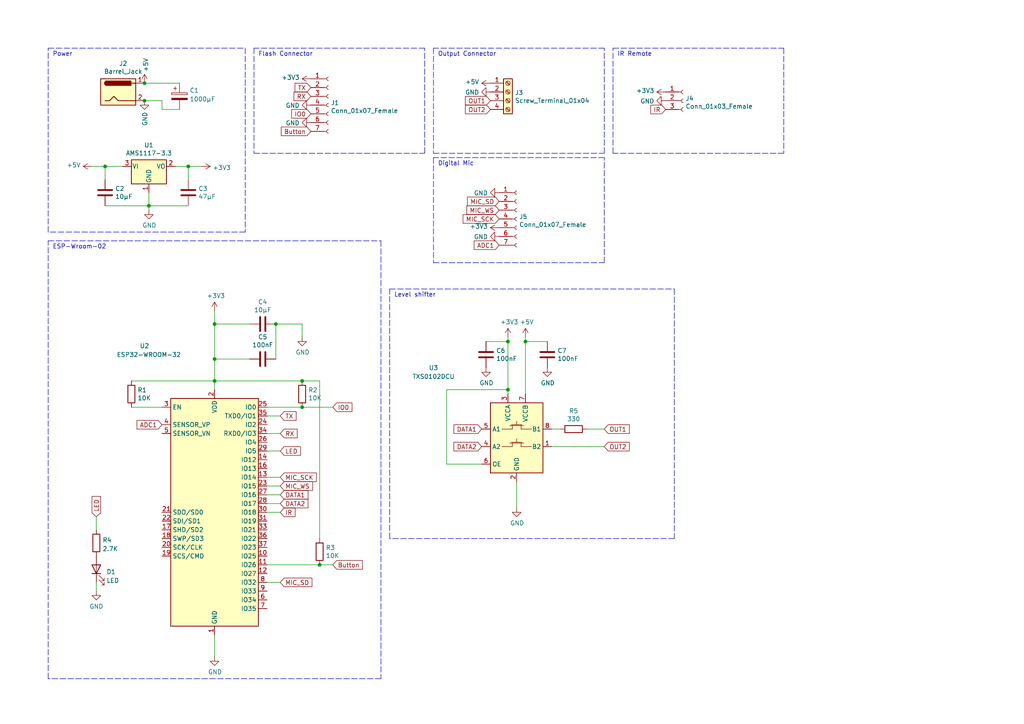
<source format=kicad_sch>
(kicad_sch (version 20211123) (generator eeschema)
  (paper "A4")
  (lib_symbols
    (symbol "Connector:Barrel_Jack" (pin_names (offset 1.016))
      (property "Reference" "J" (at 0 5.334 0))
      (property "Value" "Barrel_Jack" (at 0 -5.08 0))
      (symbol "Barrel_Jack_0_1"
        (rectangle (start -5.08 3.81) (end 5.08 -3.81) (stroke (width 0.254)) (fill (type background)))
        (arc (start -3.302 3.175) (mid -3.937 2.54) (end -3.302 1.905) (stroke (width 0.254)))
        (arc (start -3.302 3.175) (mid -3.937 2.54) (end -3.302 1.905) (stroke (width 0.254)) (fill (type outline)))
        (polyline (pts (xy 5.08 2.54) (xy 3.81 2.54)) (stroke (width 0.254)))
        (polyline (pts (xy -3.81 -2.54) (xy -2.54 -2.54) (xy -1.27 -1.27) (xy 0 -2.54) (xy 2.54 -2.54) (xy 5.08 -2.54)) (stroke (width 0.254)))
        (rectangle (start 3.683 3.175) (end -3.302 1.905) (stroke (width 0.254)) (fill (type outline)))
      )
      (symbol "Barrel_Jack_1_1"
        (pin passive line (at 7.62 2.54 180) (length 2.54) (name "~") (number "1"))
        (pin passive line (at 7.62 -2.54 180) (length 2.54) (name "~") (number "2"))
      )
    )
    (symbol "Connector:Conn_01x03_Female" (pin_names (offset 1.016) hide)
      (property "Reference" "J" (at 0 5.08 0))
      (property "Value" "Conn_01x03_Female" (at 0 -5.08 0))
      (symbol "Conn_01x03_Female_1_1"
        (arc (start 0 -2.032) (mid -0.508 -2.54) (end 0 -3.048) (stroke (width 0.1524)))
        (polyline (pts (xy -1.27 -2.54) (xy -0.508 -2.54)) (stroke (width 0.1524)))
        (polyline (pts (xy -1.27 0) (xy -0.508 0)) (stroke (width 0.1524)))
        (polyline (pts (xy -1.27 2.54) (xy -0.508 2.54)) (stroke (width 0.1524)))
        (arc (start 0 0.508) (mid -0.508 0) (end 0 -0.508) (stroke (width 0.1524)))
        (arc (start 0 3.048) (mid -0.508 2.54) (end 0 2.032) (stroke (width 0.1524)))
        (pin passive line (at -5.08 2.54 0) (length 3.81) (name "Pin_1") (number "1"))
        (pin passive line (at -5.08 0 0) (length 3.81) (name "Pin_2") (number "2"))
        (pin passive line (at -5.08 -2.54 0) (length 3.81) (name "Pin_3") (number "3"))
      )
    )
    (symbol "Connector:Conn_01x07_Female" (pin_names (offset 1.016) hide)
      (property "Reference" "J" (at 0 10.16 0))
      (property "Value" "Conn_01x07_Female" (at 0 -10.16 0))
      (symbol "Conn_01x07_Female_1_1"
        (arc (start 0 -7.112) (mid -0.508 -7.62) (end 0 -8.128) (stroke (width 0.1524)))
        (arc (start 0 -4.572) (mid -0.508 -5.08) (end 0 -5.588) (stroke (width 0.1524)))
        (arc (start 0 -2.032) (mid -0.508 -2.54) (end 0 -3.048) (stroke (width 0.1524)))
        (polyline (pts (xy -1.27 -7.62) (xy -0.508 -7.62)) (stroke (width 0.1524)))
        (polyline (pts (xy -1.27 -5.08) (xy -0.508 -5.08)) (stroke (width 0.1524)))
        (polyline (pts (xy -1.27 -2.54) (xy -0.508 -2.54)) (stroke (width 0.1524)))
        (polyline (pts (xy -1.27 0) (xy -0.508 0)) (stroke (width 0.1524)))
        (polyline (pts (xy -1.27 2.54) (xy -0.508 2.54)) (stroke (width 0.1524)))
        (polyline (pts (xy -1.27 5.08) (xy -0.508 5.08)) (stroke (width 0.1524)))
        (polyline (pts (xy -1.27 7.62) (xy -0.508 7.62)) (stroke (width 0.1524)))
        (arc (start 0 0.508) (mid -0.508 0) (end 0 -0.508) (stroke (width 0.1524)))
        (arc (start 0 3.048) (mid -0.508 2.54) (end 0 2.032) (stroke (width 0.1524)))
        (arc (start 0 5.588) (mid -0.508 5.08) (end 0 4.572) (stroke (width 0.1524)))
        (arc (start 0 8.128) (mid -0.508 7.62) (end 0 7.112) (stroke (width 0.1524)))
        (pin passive line (at -5.08 7.62 0) (length 3.81) (name "Pin_1") (number "1"))
        (pin passive line (at -5.08 5.08 0) (length 3.81) (name "Pin_2") (number "2"))
        (pin passive line (at -5.08 2.54 0) (length 3.81) (name "Pin_3") (number "3"))
        (pin passive line (at -5.08 0 0) (length 3.81) (name "Pin_4") (number "4"))
        (pin passive line (at -5.08 -2.54 0) (length 3.81) (name "Pin_5") (number "5"))
        (pin passive line (at -5.08 -5.08 0) (length 3.81) (name "Pin_6") (number "6"))
        (pin passive line (at -5.08 -7.62 0) (length 3.81) (name "Pin_7") (number "7"))
      )
    )
    (symbol "Connector:Screw_Terminal_01x04" (pin_names (offset 1.016) hide)
      (property "Reference" "J" (at 0 5.08 0))
      (property "Value" "Screw_Terminal_01x04" (at 0 -7.62 0))
      (symbol "Screw_Terminal_01x04_1_1"
        (rectangle (start -1.27 3.81) (end 1.27 -6.35) (stroke (width 0.254)) (fill (type background)))
        (circle (center 0 -5.08) (radius 0.635) (stroke (width 0.1524)))
        (circle (center 0 -2.54) (radius 0.635) (stroke (width 0.1524)))
        (polyline (pts (xy -0.5334 -4.7498) (xy 0.3302 -5.588)) (stroke (width 0.1524)))
        (polyline (pts (xy -0.5334 -2.2098) (xy 0.3302 -3.048)) (stroke (width 0.1524)))
        (polyline (pts (xy -0.5334 0.3302) (xy 0.3302 -0.508)) (stroke (width 0.1524)))
        (polyline (pts (xy -0.5334 2.8702) (xy 0.3302 2.032)) (stroke (width 0.1524)))
        (polyline (pts (xy -0.3556 -4.572) (xy 0.508 -5.4102)) (stroke (width 0.1524)))
        (polyline (pts (xy -0.3556 -2.032) (xy 0.508 -2.8702)) (stroke (width 0.1524)))
        (polyline (pts (xy -0.3556 0.508) (xy 0.508 -0.3302)) (stroke (width 0.1524)))
        (polyline (pts (xy -0.3556 3.048) (xy 0.508 2.2098)) (stroke (width 0.1524)))
        (circle (center 0 0) (radius 0.635) (stroke (width 0.1524)))
        (circle (center 0 2.54) (radius 0.635) (stroke (width 0.1524)))
        (pin passive line (at -5.08 2.54 0) (length 3.81) (name "Pin_1") (number "1"))
        (pin passive line (at -5.08 0 0) (length 3.81) (name "Pin_2") (number "2"))
        (pin passive line (at -5.08 -2.54 0) (length 3.81) (name "Pin_3") (number "3"))
        (pin passive line (at -5.08 -5.08 0) (length 3.81) (name "Pin_4") (number "4"))
      )
    )
    (symbol "Device:C" (pin_numbers hide) (pin_names (offset 0.254))
      (property "Reference" "C" (at 0.635 2.54 0))
      (property "Value" "C" (at 0.635 -2.54 0))
      (symbol "C_0_1"
        (polyline (pts (xy -2.032 -0.762) (xy 2.032 -0.762)) (stroke (width 0.508)))
        (polyline (pts (xy -2.032 0.762) (xy 2.032 0.762)) (stroke (width 0.508)))
      )
      (symbol "C_1_1"
        (pin passive line (at 0 3.81 270) (length 2.794) (name "~") (number "1"))
        (pin passive line (at 0 -3.81 90) (length 2.794) (name "~") (number "2"))
      )
    )
    (symbol "Device:C_Polarized" (pin_numbers hide) (pin_names (offset 0.254))
      (property "Reference" "C" (at 0.635 2.54 0))
      (property "Value" "C_Polarized" (at 0.635 -2.54 0))
      (symbol "C_Polarized_0_1"
        (rectangle (start -2.286 0.508) (end 2.286 1.016))
        (polyline (pts (xy -1.778 2.286) (xy -0.762 2.286)))
        (polyline (pts (xy -1.27 2.794) (xy -1.27 1.778)))
        (rectangle (start 2.286 -0.508) (end -2.286 -1.016) (fill (type outline)))
      )
      (symbol "C_Polarized_1_1"
        (pin passive line (at 0 3.81 270) (length 2.794) (name "~") (number "1"))
        (pin passive line (at 0 -3.81 90) (length 2.794) (name "~") (number "2"))
      )
    )
    (symbol "Device:LED" (pin_numbers hide) (pin_names (offset 1.016) hide)
      (property "Reference" "D" (at 0 2.54 0))
      (property "Value" "LED" (at 0 -2.54 0))
      (symbol "LED_0_1"
        (polyline (pts (xy -1.27 -1.27) (xy -1.27 1.27)) (stroke (width 0.254)))
        (polyline (pts (xy -1.27 0) (xy 1.27 0)))
        (polyline (pts (xy 1.27 -1.27) (xy 1.27 1.27) (xy -1.27 0) (xy 1.27 -1.27)) (stroke (width 0.254)))
        (polyline (pts (xy -3.048 -0.762) (xy -4.572 -2.286) (xy -3.81 -2.286) (xy -4.572 -2.286) (xy -4.572 -1.524)))
        (polyline (pts (xy -1.778 -0.762) (xy -3.302 -2.286) (xy -2.54 -2.286) (xy -3.302 -2.286) (xy -3.302 -1.524)))
      )
      (symbol "LED_1_1"
        (pin passive line (at -3.81 0 0) (length 2.54) (name "K") (number "1"))
        (pin passive line (at 3.81 0 180) (length 2.54) (name "A") (number "2"))
      )
    )
    (symbol "Device:R" (pin_numbers hide) (pin_names (offset 0))
      (property "Reference" "R" (at 2.032 0 90))
      (property "Value" "R" (at 0 0 90))
      (symbol "R_0_1"
        (rectangle (start -1.016 -2.54) (end 1.016 2.54) (stroke (width 0.254)))
      )
      (symbol "R_1_1"
        (pin passive line (at 0 3.81 270) (length 1.27) (name "~") (number "1"))
        (pin passive line (at 0 -3.81 90) (length 1.27) (name "~") (number "2"))
      )
    )
    (symbol "Logic_LevelTranslator:TXS0102DCU"
      (property "Reference" "U" (at -6.35 11.43 0))
      (property "Value" "TXS0102DCU" (at 3.81 11.43 0))
      (symbol "TXS0102DCU_0_1"
        (rectangle (start -7.62 10.16) (end 7.62 -10.16) (stroke (width 0.254)) (fill (type background)))
        (polyline (pts (xy -4.318 -2.54) (xy -1.27 -2.54)))
        (polyline (pts (xy -2.032 -1.524) (xy 2.032 -1.524)))
        (polyline (pts (xy -1.524 -1.27) (xy 1.524 -1.27)))
        (polyline (pts (xy -1.27 -2.54) (xy -1.27 -1.524)))
        (polyline (pts (xy 0 -1.27) (xy 0 -0.254)))
        (polyline (pts (xy 1.27 -2.54) (xy 1.27 -1.524)))
        (polyline (pts (xy 4.318 -2.54) (xy 1.27 -2.54)))
      )
      (symbol "TXS0102DCU_1_1"
        (polyline (pts (xy -4.318 2.54) (xy -1.27 2.54)))
        (polyline (pts (xy -2.032 3.556) (xy 2.032 3.556)))
        (polyline (pts (xy -1.524 3.81) (xy 1.524 3.81)))
        (polyline (pts (xy -1.27 2.54) (xy -1.27 3.556)))
        (polyline (pts (xy 0 3.81) (xy 0 4.826)))
        (polyline (pts (xy 1.27 2.54) (xy 1.27 3.556)))
        (polyline (pts (xy 4.318 2.54) (xy 1.27 2.54)))
        (pin bidirectional line (at 10.16 -2.54 180) (length 2.54) (name "B2") (number "1"))
        (pin power_in line (at 0 -12.7 90) (length 2.54) (name "GND") (number "2"))
        (pin power_in line (at -2.54 12.7 270) (length 2.54) (name "VCCA") (number "3"))
        (pin bidirectional line (at -10.16 -2.54 0) (length 2.54) (name "A2") (number "4"))
        (pin bidirectional line (at -10.16 2.54 0) (length 2.54) (name "A1") (number "5"))
        (pin input line (at -10.16 -7.62 0) (length 2.54) (name "OE") (number "6"))
        (pin power_in line (at 2.54 12.7 270) (length 2.54) (name "VCCB") (number "7"))
        (pin bidirectional line (at 10.16 2.54 180) (length 2.54) (name "B1") (number "8"))
      )
    )
    (symbol "RF_Module:ESP32-WROOM-32"
      (property "Reference" "U" (at -12.7 34.29 0))
      (property "Value" "ESP32-WROOM-32" (at 1.27 34.29 0))
      (symbol "ESP32-WROOM-32_0_1"
        (rectangle (start -12.7 33.02) (end 12.7 -33.02) (stroke (width 0.254)) (fill (type background)))
      )
      (symbol "ESP32-WROOM-32_1_1"
        (pin power_in line (at 0 -35.56 90) (length 2.54) (name "GND") (number "1"))
        (pin bidirectional line (at 15.24 -12.7 180) (length 2.54) (name "IO25") (number "10"))
        (pin bidirectional line (at 15.24 -15.24 180) (length 2.54) (name "IO26") (number "11"))
        (pin bidirectional line (at 15.24 -17.78 180) (length 2.54) (name "IO27") (number "12"))
        (pin bidirectional line (at 15.24 10.16 180) (length 2.54) (name "IO14") (number "13"))
        (pin bidirectional line (at 15.24 15.24 180) (length 2.54) (name "IO12") (number "14"))
        (pin passive line (at 0 -35.56 90) (length 2.54) hide (name "GND") (number "15"))
        (pin bidirectional line (at 15.24 12.7 180) (length 2.54) (name "IO13") (number "16"))
        (pin bidirectional line (at -15.24 -5.08 0) (length 2.54) (name "SHD/SD2") (number "17"))
        (pin bidirectional line (at -15.24 -7.62 0) (length 2.54) (name "SWP/SD3") (number "18"))
        (pin bidirectional line (at -15.24 -12.7 0) (length 2.54) (name "SCS/CMD") (number "19"))
        (pin power_in line (at 0 35.56 270) (length 2.54) (name "VDD") (number "2"))
        (pin bidirectional line (at -15.24 -10.16 0) (length 2.54) (name "SCK/CLK") (number "20"))
        (pin bidirectional line (at -15.24 0 0) (length 2.54) (name "SDO/SD0") (number "21"))
        (pin bidirectional line (at -15.24 -2.54 0) (length 2.54) (name "SDI/SD1") (number "22"))
        (pin bidirectional line (at 15.24 7.62 180) (length 2.54) (name "IO15") (number "23"))
        (pin bidirectional line (at 15.24 25.4 180) (length 2.54) (name "IO2") (number "24"))
        (pin bidirectional line (at 15.24 30.48 180) (length 2.54) (name "IO0") (number "25"))
        (pin bidirectional line (at 15.24 20.32 180) (length 2.54) (name "IO4") (number "26"))
        (pin bidirectional line (at 15.24 5.08 180) (length 2.54) (name "IO16") (number "27"))
        (pin bidirectional line (at 15.24 2.54 180) (length 2.54) (name "IO17") (number "28"))
        (pin bidirectional line (at 15.24 17.78 180) (length 2.54) (name "IO5") (number "29"))
        (pin input line (at -15.24 30.48 0) (length 2.54) (name "EN") (number "3"))
        (pin bidirectional line (at 15.24 0 180) (length 2.54) (name "IO18") (number "30"))
        (pin bidirectional line (at 15.24 -2.54 180) (length 2.54) (name "IO19") (number "31"))
        (pin no_connect line (at -12.7 -27.94 0) (length 2.54) hide (name "NC") (number "32"))
        (pin bidirectional line (at 15.24 -5.08 180) (length 2.54) (name "IO21") (number "33"))
        (pin bidirectional line (at 15.24 22.86 180) (length 2.54) (name "RXD0/IO3") (number "34"))
        (pin bidirectional line (at 15.24 27.94 180) (length 2.54) (name "TXD0/IO1") (number "35"))
        (pin bidirectional line (at 15.24 -7.62 180) (length 2.54) (name "IO22") (number "36"))
        (pin bidirectional line (at 15.24 -10.16 180) (length 2.54) (name "IO23") (number "37"))
        (pin passive line (at 0 -35.56 90) (length 2.54) hide (name "GND") (number "38"))
        (pin passive line (at 0 -35.56 90) (length 2.54) hide (name "GND") (number "39"))
        (pin input line (at -15.24 25.4 0) (length 2.54) (name "SENSOR_VP") (number "4"))
        (pin input line (at -15.24 22.86 0) (length 2.54) (name "SENSOR_VN") (number "5"))
        (pin input line (at 15.24 -25.4 180) (length 2.54) (name "IO34") (number "6"))
        (pin input line (at 15.24 -27.94 180) (length 2.54) (name "IO35") (number "7"))
        (pin bidirectional line (at 15.24 -20.32 180) (length 2.54) (name "IO32") (number "8"))
        (pin bidirectional line (at 15.24 -22.86 180) (length 2.54) (name "IO33") (number "9"))
      )
    )
    (symbol "Regulator_Linear:AMS1117-3.3" (pin_names (offset 0.254))
      (property "Reference" "U" (at -3.81 3.175 0))
      (property "Value" "AMS1117-3.3" (at 0 3.175 0))
      (symbol "AMS1117-3.3_0_1"
        (rectangle (start -5.08 -5.08) (end 5.08 1.905) (stroke (width 0.254)) (fill (type background)))
      )
      (symbol "AMS1117-3.3_1_1"
        (pin power_in line (at 0 -7.62 90) (length 2.54) (name "GND") (number "1"))
        (pin power_out line (at 7.62 0 180) (length 2.54) (name "VO") (number "2"))
        (pin power_in line (at -7.62 0 0) (length 2.54) (name "VI") (number "3"))
      )
    )
    (symbol "power:+3.3V" (power) (pin_names (offset 0))
      (property "Value" "+3.3V" (at 0 3.556 0))
      (symbol "+3.3V_0_1"
        (polyline (pts (xy -0.762 1.27) (xy 0 2.54)))
        (polyline (pts (xy 0 0) (xy 0 2.54)))
        (polyline (pts (xy 0 2.54) (xy 0.762 1.27)))
      )
      (symbol "+3.3V_1_1"
        (pin power_in line (at 0 0 90) (length 0) hide (name "+3V3") (number "1"))
      )
    )
    (symbol "power:+5V" (power) (pin_names (offset 0))
      (property "Value" "+5V" (at 0 3.556 0))
      (symbol "+5V_0_1"
        (polyline (pts (xy -0.762 1.27) (xy 0 2.54)))
        (polyline (pts (xy 0 0) (xy 0 2.54)))
        (polyline (pts (xy 0 2.54) (xy 0.762 1.27)))
      )
      (symbol "+5V_1_1"
        (pin power_in line (at 0 0 90) (length 0) hide (name "+5V") (number "1"))
      )
    )
    (symbol "power:GND" (power) (pin_names (offset 0))
      (property "Value" "GND" (at 0 -3.81 0))
      (symbol "GND_0_1"
        (polyline (pts (xy 0 0) (xy 0 -1.27) (xy 1.27 -1.27) (xy 0 -2.54) (xy -1.27 -1.27) (xy 0 -1.27)))
      )
      (symbol "GND_1_1"
        (pin power_in line (at 0 0 270) (length 0) hide (name "GND") (number "1"))
      )
    )
  )
  (junction (at 54.61 48.26))
  (junction (at 41.91 24.13))
  (junction (at 41.91 29.21))
  (junction (at 152.4 99.06))
  (junction (at 87.63 110.49))
  (junction (at 87.63 118.11))
  (junction (at 30.48 48.26))
  (junction (at 43.18 59.69))
  (junction (at 147.32 113.03))
  (junction (at 62.23 104.14))
  (junction (at 147.32 99.06))
  (junction (at 62.23 93.98))
  (junction (at 80.01 93.98))
  (junction (at 62.23 110.49))
  (junction (at 92.71 163.83))
  (wire (pts (xy 77.47 140.97) (xy 81.28 140.97)))
  (polyline (pts (xy 71.12 67.31) (xy 13.97 67.31)))
  (wire (pts (xy 46.99 118.11) (xy 38.1 118.11)))
  (wire (pts (xy 92.71 110.49) (xy 87.63 110.49)))
  (wire (pts (xy 77.47 146.05) (xy 81.28 146.05)))
  (wire (pts (xy 38.1 110.49) (xy 62.23 110.49)))
  (polyline (pts (xy 13.97 13.97) (xy 71.12 13.97)))
  (polyline (pts (xy 13.97 69.85) (xy 110.49 69.85)))
  (wire (pts (xy 62.23 110.49) (xy 87.63 110.49)))
  (wire (pts (xy 62.23 110.49) (xy 62.23 104.14)))
  (wire (pts (xy 147.32 99.06) (xy 147.32 113.03)))
  (polyline (pts (xy 13.97 67.31) (xy 13.97 13.97)))
  (wire (pts (xy 62.23 184.15) (xy 62.23 190.5)))
  (wire (pts (xy 80.01 93.98) (xy 87.63 93.98)))
  (wire (pts (xy 77.47 143.51) (xy 81.28 143.51)))
  (wire (pts (xy 92.71 156.21) (xy 92.71 110.49)))
  (polyline (pts (xy 125.73 76.2) (xy 175.26 76.2)))
  (polyline (pts (xy 125.73 44.45) (xy 175.26 44.45)))
  (wire (pts (xy 43.18 59.69) (xy 43.18 60.96)))
  (polyline (pts (xy 71.12 13.97) (xy 71.12 67.31)))
  (wire (pts (xy 140.97 99.06) (xy 147.32 99.06)))
  (wire (pts (xy 27.94 149.86) (xy 27.94 153.67)))
  (polyline (pts (xy 195.58 156.21) (xy 113.03 156.21)))
  (wire (pts (xy 147.32 113.03) (xy 129.54 113.03)))
  (polyline (pts (xy 177.8 13.97) (xy 227.33 13.97)))
  (wire (pts (xy 41.91 29.21) (xy 46.99 29.21)))
  (polyline (pts (xy 175.26 44.45) (xy 175.26 13.97)))
  (wire (pts (xy 27.94 168.91) (xy 27.94 171.45)))
  (polyline (pts (xy 123.19 44.45) (xy 123.19 13.97)))
  (wire (pts (xy 30.48 48.26) (xy 35.56 48.26)))
  (wire (pts (xy 72.39 93.98) (xy 62.23 93.98)))
  (wire (pts (xy 175.26 129.54) (xy 160.02 129.54)))
  (wire (pts (xy 129.54 134.62) (xy 139.7 134.62)))
  (polyline (pts (xy 73.66 13.97) (xy 73.66 44.45)))
  (wire (pts (xy 54.61 52.07) (xy 54.61 48.26)))
  (wire (pts (xy 147.32 113.03) (xy 147.32 114.3)))
  (wire (pts (xy 72.39 104.14) (xy 62.23 104.14)))
  (wire (pts (xy 87.63 118.11) (xy 77.47 118.11)))
  (wire (pts (xy 41.91 24.13) (xy 52.07 24.13)))
  (wire (pts (xy 77.47 148.59) (xy 81.28 148.59)))
  (polyline (pts (xy 177.8 44.45) (xy 177.8 13.97)))
  (polyline (pts (xy 110.49 196.85) (xy 13.97 196.85)))
  (wire (pts (xy 152.4 99.06) (xy 152.4 114.3)))
  (polyline (pts (xy 195.58 83.82) (xy 195.58 156.21)))
  (wire (pts (xy 26.67 48.26) (xy 30.48 48.26)))
  (wire (pts (xy 43.18 59.69) (xy 54.61 59.69)))
  (wire (pts (xy 92.71 163.83) (xy 96.52 163.83)))
  (polyline (pts (xy 175.26 45.72) (xy 125.73 45.72)))
  (wire (pts (xy 152.4 97.79) (xy 152.4 99.06)))
  (polyline (pts (xy 125.73 13.97) (xy 125.73 44.45)))
  (wire (pts (xy 87.63 118.11) (xy 96.52 118.11)))
  (wire (pts (xy 80.01 104.14) (xy 80.01 93.98)))
  (wire (pts (xy 170.18 124.46) (xy 175.26 124.46)))
  (wire (pts (xy 30.48 59.69) (xy 43.18 59.69)))
  (polyline (pts (xy 175.26 13.97) (xy 125.73 13.97)))
  (wire (pts (xy 77.47 138.43) (xy 81.28 138.43)))
  (wire (pts (xy 62.23 110.49) (xy 62.23 113.03)))
  (polyline (pts (xy 175.26 76.2) (xy 175.26 45.72)))
  (wire (pts (xy 77.47 168.91) (xy 81.28 168.91)))
  (wire (pts (xy 87.63 93.98) (xy 87.63 97.79)))
  (wire (pts (xy 149.86 139.7) (xy 149.86 147.32)))
  (wire (pts (xy 160.02 124.46) (xy 162.56 124.46)))
  (polyline (pts (xy 123.19 13.97) (xy 73.66 13.97)))
  (wire (pts (xy 54.61 48.26) (xy 58.42 48.26)))
  (wire (pts (xy 62.23 104.14) (xy 62.23 93.98)))
  (polyline (pts (xy 113.03 83.82) (xy 195.58 83.82)))
  (wire (pts (xy 77.47 130.81) (xy 81.28 130.81)))
  (wire (pts (xy 46.99 29.21) (xy 46.99 31.75)))
  (wire (pts (xy 81.28 120.65) (xy 77.47 120.65)))
  (wire (pts (xy 30.48 48.26) (xy 30.48 52.07)))
  (wire (pts (xy 152.4 99.06) (xy 158.75 99.06)))
  (wire (pts (xy 62.23 93.98) (xy 62.23 90.17)))
  (polyline (pts (xy 13.97 196.85) (xy 13.97 69.85)))
  (wire (pts (xy 81.28 125.73) (xy 77.47 125.73)))
  (polyline (pts (xy 113.03 156.21) (xy 113.03 83.82)))
  (polyline (pts (xy 73.66 44.45) (xy 123.19 44.45)))
  (polyline (pts (xy 125.73 45.72) (xy 125.73 76.2)))
  (wire (pts (xy 129.54 113.03) (xy 129.54 134.62)))
  (wire (pts (xy 147.32 97.79) (xy 147.32 99.06)))
  (wire (pts (xy 50.8 48.26) (xy 54.61 48.26)))
  (wire (pts (xy 43.18 55.88) (xy 43.18 59.69)))
  (wire (pts (xy 46.99 31.75) (xy 52.07 31.75)))
  (polyline (pts (xy 227.33 13.97) (xy 227.33 44.45)))
  (polyline (pts (xy 227.33 44.45) (xy 177.8 44.45)))
  (wire (pts (xy 77.47 163.83) (xy 92.71 163.83)))
  (polyline (pts (xy 110.49 69.85) (xy 110.49 196.85)))
  (text "Flash Connector" (at 74.93 16.51 0) (effects (font (size 1.27 1.27)) (justify left bottom)))
  (text "IR Remote" (at 179.07 16.51 0) (effects (font (size 1.27 1.27)) (justify left bottom)))
  (text "Digital Mic" (at 127 48.26 0) (effects (font (size 1.27 1.27)) (justify left bottom)))
  (text "Power" (at 15.24 16.51 0) (effects (font (size 1.27 1.27)) (justify left bottom)))
  (text "ESP-Wroom-02\n" (at 15.24 72.39 0) (effects (font (size 1.27 1.27)) (justify left bottom)))
  (text "Level shifter" (at 114.3 86.36 0) (effects (font (size 1.27 1.27)) (justify left bottom)))
  (text "Output Connector" (at 127 16.51 0) (effects (font (size 1.27 1.27)) (justify left bottom)))
  (global_label "OUT2" (shape input) (at 175.26 129.54 0) (property "Intersheet References" "${INTERSHEET_REFS}" (effects hide)))
  (global_label "MIC_WS" (shape input) (at 144.78 60.96 180) (property "Intersheet References" "${INTERSHEET_REFS}" (effects hide)))
  (global_label "DATA2" (shape input) (at 81.28 146.05 0) (property "Intersheet References" "${INTERSHEET_REFS}" (effects hide)))
  (global_label "MIC_SD" (shape input) (at 144.78 58.42 180) (property "Intersheet References" "${INTERSHEET_REFS}" (effects hide)))
  (global_label "DATA2" (shape input) (at 139.7 129.54 180) (property "Intersheet References" "${INTERSHEET_REFS}" (effects hide)))
  (global_label "ADC1" (shape input) (at 46.99 123.19 180) (property "Intersheet References" "${INTERSHEET_REFS}" (effects hide)))
  (global_label "IO0" (shape input) (at 96.52 118.11 0) (property "Intersheet References" "${INTERSHEET_REFS}" (effects hide)))
  (global_label "IO0" (shape input) (at 90.17 33.02 180) (property "Intersheet References" "${INTERSHEET_REFS}" (effects hide)))
  (global_label "OUT2" (shape input) (at 142.24 31.75 180) (property "Intersheet References" "${INTERSHEET_REFS}" (effects hide)))
  (global_label "MIC_WS" (shape input) (at 81.28 140.97 0) (property "Intersheet References" "${INTERSHEET_REFS}" (effects hide)))
  (global_label "TX" (shape input) (at 90.17 25.4 180) (property "Intersheet References" "${INTERSHEET_REFS}" (effects hide)))
  (global_label "Button" (shape input) (at 90.17 38.1 180) (property "Intersheet References" "${INTERSHEET_REFS}" (effects hide)))
  (global_label "RX" (shape input) (at 90.17 27.94 180) (property "Intersheet References" "${INTERSHEET_REFS}" (effects hide)))
  (global_label "MIC_SCK" (shape input) (at 144.78 63.5 180) (property "Intersheet References" "${INTERSHEET_REFS}" (effects hide)))
  (global_label "IR" (shape input) (at 193.04 31.75 180) (property "Intersheet References" "${INTERSHEET_REFS}" (effects hide)))
  (global_label "MIC_SCK" (shape input) (at 81.28 138.43 0) (property "Intersheet References" "${INTERSHEET_REFS}" (effects hide)))
  (global_label "TX" (shape input) (at 81.28 120.65 0) (property "Intersheet References" "${INTERSHEET_REFS}" (effects hide)))
  (global_label "MIC_SD" (shape input) (at 81.28 168.91 0) (property "Intersheet References" "${INTERSHEET_REFS}" (effects hide)))
  (global_label "DATA1" (shape input) (at 81.28 143.51 0) (property "Intersheet References" "${INTERSHEET_REFS}" (effects hide)))
  (global_label "IR" (shape input) (at 81.28 148.59 0) (property "Intersheet References" "${INTERSHEET_REFS}" (effects hide)))
  (global_label "OUT1" (shape input) (at 175.26 124.46 0) (property "Intersheet References" "${INTERSHEET_REFS}" (effects hide)))
  (global_label "LED" (shape input) (at 27.94 149.86 90) (property "Intersheet References" "${INTERSHEET_REFS}" (effects hide)))
  (global_label "OUT1" (shape input) (at 142.24 29.21 180) (property "Intersheet References" "${INTERSHEET_REFS}" (effects hide)))
  (global_label "RX" (shape input) (at 81.28 125.73 0) (property "Intersheet References" "${INTERSHEET_REFS}" (effects hide)))
  (global_label "Button" (shape input) (at 96.52 163.83 0) (property "Intersheet References" "${INTERSHEET_REFS}" (effects hide)))
  (global_label "LED" (shape input) (at 81.28 130.81 0) (property "Intersheet References" "${INTERSHEET_REFS}" (effects hide)))
  (global_label "ADC1" (shape input) (at 144.78 71.12 180) (property "Intersheet References" "${INTERSHEET_REFS}" (effects hide)))
  (global_label "DATA1" (shape input) (at 139.7 124.46 180) (property "Intersheet References" "${INTERSHEET_REFS}" (effects hide)))
  (symbol (lib_id "Regulator_Linear:AMS1117-3.3") (at 43.18 48.26 0) (unit 1)
    (property "Reference" "U1" (at 43.18 42.1132 0))
    (property "Value" "AMS1117-3.3" (at 43.18 44.4246 0))
    (property "Footprint" "Package_TO_SOT_SMD:SOT-89-3" (effects hide))
    (property "Datasheet" "http://www.advanced-monolithic.com/pdf/ds1117.pdf" (effects hide))
    (property "LCSC" "C347256" (effects hide))
  )
  (symbol (lib_id "power:+5V") (at 26.67 48.26 90) (unit 1)
    (property "Reference" "#PWR01" (effects hide))
    (property "Value" "+5V" (at 23.4188 47.879 90) (effects (justify left)))
  )
  (symbol (lib_id "power:+3.3V") (at 58.42 48.26 270) (unit 1)
    (property "Reference" "#PWR03" (effects hide))
    (property "Value" "+3.3V" (at 61.6712 48.641 90) (effects (justify left)))
  )
  (symbol (lib_id "power:GND") (at 43.18 60.96 0) (unit 1)
    (property "Reference" "#PWR02" (effects hide))
    (property "Value" "GND" (at 43.307 65.3542 0))
  )
  (symbol (lib_id "Device:C") (at 30.48 55.88 0) (unit 1)
    (property "Reference" "C2" (at 33.401 54.7116 0) (effects (justify left)))
    (property "Value" "10µF" (at 33.401 57.023 0) (effects (justify left)))
    (property "Footprint" "Capacitor_SMD:C_0603_1608Metric" (effects hide))
    (property "LCSC" "C19702" (effects hide))
  )
  (symbol (lib_id "Device:C") (at 54.61 55.88 0) (unit 1)
    (property "Reference" "C3" (at 57.531 54.7116 0) (effects (justify left)))
    (property "Value" "47µF" (at 57.531 57.023 0) (effects (justify left)))
    (property "Footprint" "Capacitor_SMD:C_0805_2012Metric" (effects hide))
    (property "LCSC" "C16780" (effects hide))
  )
  (symbol (lib_id "Logic_LevelTranslator:TXS0102DCU") (at 149.86 127 0) (unit 1)
    (property "Reference" "U3" (at 125.73 106.68 0))
    (property "Value" "TXS0102DCU" (at 125.73 109.22 0))
    (property "Footprint" "Package_SO:VSSOP-8_2.3x2mm_P0.5mm" (effects hide))
    (property "Datasheet" "http://www.ti.com/lit/gpn/txs0102" (effects hide))
    (property "LCSC" "C53434" (effects hide))
  )
  (symbol (lib_id "power:+3.3V") (at 147.32 97.79 0) (unit 1)
    (property "Reference" "#PWR09" (effects hide))
    (property "Value" "+3.3V" (at 147.701 93.3958 0))
  )
  (symbol (lib_id "power:+5V") (at 152.4 97.79 0) (unit 1)
    (property "Reference" "#PWR011" (effects hide))
    (property "Value" "+5V" (at 152.781 93.3958 0))
  )
  (symbol (lib_id "power:GND") (at 149.86 147.32 0) (unit 1)
    (property "Reference" "#PWR010" (effects hide))
    (property "Value" "GND" (at 149.987 151.7142 0))
  )
  (symbol (lib_id "Device:R") (at 166.37 124.46 270) (unit 1)
    (property "Reference" "R5" (at 166.37 119.2022 90))
    (property "Value" "330" (at 166.37 121.5136 90))
    (property "Footprint" "Resistor_SMD:R_0603_1608Metric" (effects hide))
    (property "LCSC" "C23138" (effects hide))
  )
  (symbol (lib_id "Device:C") (at 158.75 102.87 0) (unit 1)
    (property "Reference" "C7" (at 161.671 101.7016 0) (effects (justify left)))
    (property "Value" "100nF" (at 161.671 104.013 0) (effects (justify left)))
    (property "Footprint" "Capacitor_SMD:C_0603_1608Metric" (effects hide))
    (property "LCSC" "C14663" (effects hide))
  )
  (symbol (lib_id "Device:C") (at 140.97 102.87 0) (unit 1)
    (property "Reference" "C6" (at 143.891 101.7016 0) (effects (justify left)))
    (property "Value" "100nF" (at 143.891 104.013 0) (effects (justify left)))
    (property "Footprint" "Capacitor_SMD:C_0603_1608Metric" (effects hide))
    (property "LCSC" "C14663" (effects hide))
  )
  (symbol (lib_id "power:GND") (at 158.75 106.68 0) (unit 1)
    (property "Reference" "#PWR012" (effects hide))
    (property "Value" "GND" (at 158.877 111.0742 0))
  )
  (symbol (lib_id "power:GND") (at 140.97 106.68 0) (unit 1)
    (property "Reference" "#PWR08" (effects hide))
    (property "Value" "GND" (at 141.097 111.0742 0))
  )
  (symbol (lib_id "power:+3.3V") (at 90.17 22.86 90) (unit 1)
    (property "Reference" "#PWR013" (effects hide))
    (property "Value" "+3.3V" (at 86.9188 22.479 90) (effects (justify left)))
  )
  (symbol (lib_id "power:GND") (at 90.17 30.48 270) (unit 1)
    (property "Reference" "#PWR014" (effects hide))
    (property "Value" "GND" (at 86.9188 30.607 90) (effects (justify right)))
  )
  (symbol (lib_id "Connector:Barrel_Jack") (at 34.29 26.67 0) (unit 1)
    (property "Reference" "J2" (at 35.7378 18.415 0))
    (property "Value" "Barrel_Jack" (at 35.7378 20.7264 0))
    (property "Footprint" "Connector_BarrelJack:BarrelJack_Horizontal" (effects hide))
  )
  (symbol (lib_id "power:GND") (at 41.91 29.21 0) (unit 1)
    (property "Reference" "#PWR016" (effects hide))
    (property "Value" "GND" (at 42.037 32.4612 90) (effects (justify right)))
  )
  (symbol (lib_id "power:+5V") (at 41.91 24.13 0) (unit 1)
    (property "Reference" "#PWR015" (effects hide))
    (property "Value" "+5V" (at 42.291 20.8788 90) (effects (justify left)))
  )
  (symbol (lib_id "Connector:Screw_Terminal_01x04") (at 147.32 26.67 0) (unit 1)
    (property "Reference" "J3" (at 149.352 26.8732 0) (effects (justify left)))
    (property "Value" "Screw_Terminal_01x04" (at 149.352 29.1846 0) (effects (justify left)))
    (property "Footprint" "TerminalBlock:TerminalBlock_bornier-4_P5.08mm" (effects hide))
  )
  (symbol (lib_id "power:+5V") (at 142.24 24.13 90) (unit 1)
    (property "Reference" "#PWR018" (effects hide))
    (property "Value" "+5V" (at 138.9888 23.749 90) (effects (justify left)))
  )
  (symbol (lib_id "power:GND") (at 142.24 26.67 270) (unit 1)
    (property "Reference" "#PWR017" (effects hide))
    (property "Value" "GND" (at 138.9888 26.797 90) (effects (justify right)))
  )
  (symbol (lib_id "power:GND") (at 90.17 35.56 270) (unit 1)
    (property "Reference" "#PWR0101" (effects hide))
    (property "Value" "GND" (at 86.9188 35.687 90) (effects (justify right)))
  )
  (symbol (lib_id "Connector:Conn_01x03_Female") (at 198.12 29.21 0) (unit 1)
    (property "Reference" "J4" (at 198.8312 28.5496 0) (effects (justify left)))
    (property "Value" "Conn_01x03_Female" (at 198.8312 30.861 0) (effects (justify left)))
    (property "Footprint" "Connector_PinHeader_2.54mm:PinHeader_1x03_P2.54mm_Vertical" (effects hide))
  )
  (symbol (lib_id "power:GND") (at 193.04 29.21 270) (unit 1)
    (property "Reference" "#PWR07" (effects hide))
    (property "Value" "GND" (at 189.7888 29.337 90) (effects (justify right)))
  )
  (symbol (lib_id "power:+3.3V") (at 193.04 26.67 90) (unit 1)
    (property "Reference" "#PWR019" (effects hide))
    (property "Value" "+3.3V" (at 189.7888 26.289 90) (effects (justify left)))
  )
  (symbol (lib_id "Connector:Conn_01x07_Female") (at 95.25 30.48 0) (unit 1)
    (property "Reference" "J1" (at 95.9612 29.8196 0) (effects (justify left)))
    (property "Value" "Conn_01x07_Female" (at 95.9612 32.131 0) (effects (justify left)))
    (property "Footprint" "Connector_PinHeader_2.54mm:PinHeader_1x07_P2.54mm_Vertical" (effects hide))
  )
  (symbol (lib_id "power:+3.3V") (at 144.78 66.04 90) (unit 1)
    (property "Reference" "#PWR0105" (effects hide))
    (property "Value" "+3.3V" (at 141.5288 65.659 90) (effects (justify left)))
  )
  (symbol (lib_id "Device:C") (at 76.2 104.14 270) (unit 1)
    (property "Reference" "C5" (at 76.2 97.7392 90))
    (property "Value" "100nF" (at 76.2 100.0506 90))
    (property "Footprint" "Capacitor_SMD:C_0603_1608Metric" (effects hide))
  )
  (symbol (lib_id "Device:C") (at 76.2 93.98 270) (unit 1)
    (property "Reference" "C4" (at 76.2 87.5792 90))
    (property "Value" "10µF" (at 76.2 89.8906 90))
    (property "Footprint" "Capacitor_SMD:C_0603_1608Metric" (effects hide))
    (property "LCSC" "C19702" (effects hide))
  )
  (symbol (lib_id "Connector:Conn_01x07_Female") (at 149.86 63.5 0) (unit 1)
    (property "Reference" "J5" (at 150.5712 62.8396 0) (effects (justify left)))
    (property "Value" "Conn_01x07_Female" (at 150.5712 65.151 0) (effects (justify left)))
    (property "Footprint" "Connector_PinHeader_2.54mm:PinHeader_1x07_P2.54mm_Vertical" (effects hide))
  )
  (symbol (lib_id "power:GND") (at 27.94 171.45 0) (unit 1)
    (property "Reference" "#PWR0108" (effects hide))
    (property "Value" "GND" (at 27.94 175.8934 0))
  )
  (symbol (lib_id "power:GND") (at 144.78 55.88 270) (unit 1)
    (property "Reference" "#PWR0106" (effects hide))
    (property "Value" "GND" (at 141.5288 56.007 90) (effects (justify right)))
  )
  (symbol (lib_id "power:+3.3V") (at 62.23 90.17 0) (unit 1)
    (property "Reference" "#PWR0104" (effects hide))
    (property "Value" "+3.3V" (at 62.611 85.7758 0))
  )
  (symbol (lib_id "power:GND") (at 87.63 97.79 0) (unit 1)
    (property "Reference" "#PWR0103" (effects hide))
    (property "Value" "GND" (at 87.757 102.1842 0))
  )
  (symbol (lib_id "Device:R") (at 87.63 114.3 0) (unit 1)
    (property "Reference" "R2" (at 89.408 113.1316 0) (effects (justify left)))
    (property "Value" "10K" (at 89.408 115.443 0) (effects (justify left)))
    (property "Footprint" "Resistor_SMD:R_0603_1608Metric" (effects hide))
    (property "LCSC" "C25804" (effects hide))
  )
  (symbol (lib_id "Device:R") (at 27.94 157.48 0) (unit 1)
    (property "Reference" "R4" (at 29.718 156.6453 0) (effects (justify left)))
    (property "Value" "2.7K" (at 29.718 159.1822 0) (effects (justify left)))
    (property "Footprint" "Resistor_SMD:R_0603_1608Metric" (effects hide))
    (property "LCSC" "C13167" (effects hide))
  )
  (symbol (lib_id "Device:R") (at 92.71 160.02 0) (unit 1)
    (property "Reference" "R3" (at 94.488 158.8516 0) (effects (justify left)))
    (property "Value" "10K" (at 94.488 161.163 0) (effects (justify left)))
    (property "Footprint" "Resistor_SMD:R_0603_1608Metric" (effects hide))
  )
  (symbol (lib_id "RF_Module:ESP32-WROOM-32") (at 62.23 148.59 0) (unit 1)
    (property "Reference" "U2" (at 41.91 100.33 0))
    (property "Value" "ESP32-WROOM-32" (at 43.18 102.87 0))
    (property "Footprint" "RF_Module:ESP32-WROOM-32" (effects hide))
    (property "Datasheet" "https://www.espressif.com/sites/default/files/documentation/esp32-wroom-32_datasheet_en.pdf" (effects hide))
  )
  (symbol (lib_id "Device:LED") (at 27.94 165.1 90) (unit 1)
    (property "Reference" "D1" (at 30.861 165.8528 90) (effects (justify right)))
    (property "Value" "LED" (at 30.861 168.3897 90) (effects (justify right)))
    (property "Footprint" "LED_SMD:LED_0805_2012Metric_Pad1.15x1.40mm_HandSolder" (effects hide))
    (property "LCSC" "C84256" (effects hide))
  )
  (symbol (lib_id "Device:C_Polarized") (at 52.07 27.94 0) (unit 1)
    (property "Reference" "C1" (at 54.991 26.2163 0) (effects (justify left)))
    (property "Value" "1000µF" (at 54.991 28.7532 0) (effects (justify left)))
    (property "Footprint" "Capacitor_SMD:CP_Elec_10x10" (effects hide))
  )
  (symbol (lib_id "power:GND") (at 144.78 68.58 270) (unit 1)
    (property "Reference" "#PWR0107" (effects hide))
    (property "Value" "GND" (at 141.5288 68.707 90) (effects (justify right)))
  )
  (symbol (lib_id "Device:R") (at 38.1 114.3 0) (unit 1)
    (property "Reference" "R1" (at 39.878 113.1316 0) (effects (justify left)))
    (property "Value" "10K" (at 39.878 115.443 0) (effects (justify left)))
    (property "Footprint" "Resistor_SMD:R_0603_1608Metric" (effects hide))
    (property "LCSC" "C25804" (effects hide))
  )
  (symbol (lib_id "power:GND") (at 62.23 190.5 0) (unit 1)
    (property "Reference" "#PWR0102" (effects hide))
    (property "Value" "GND" (at 62.357 194.8942 0))
  )
)
</source>
